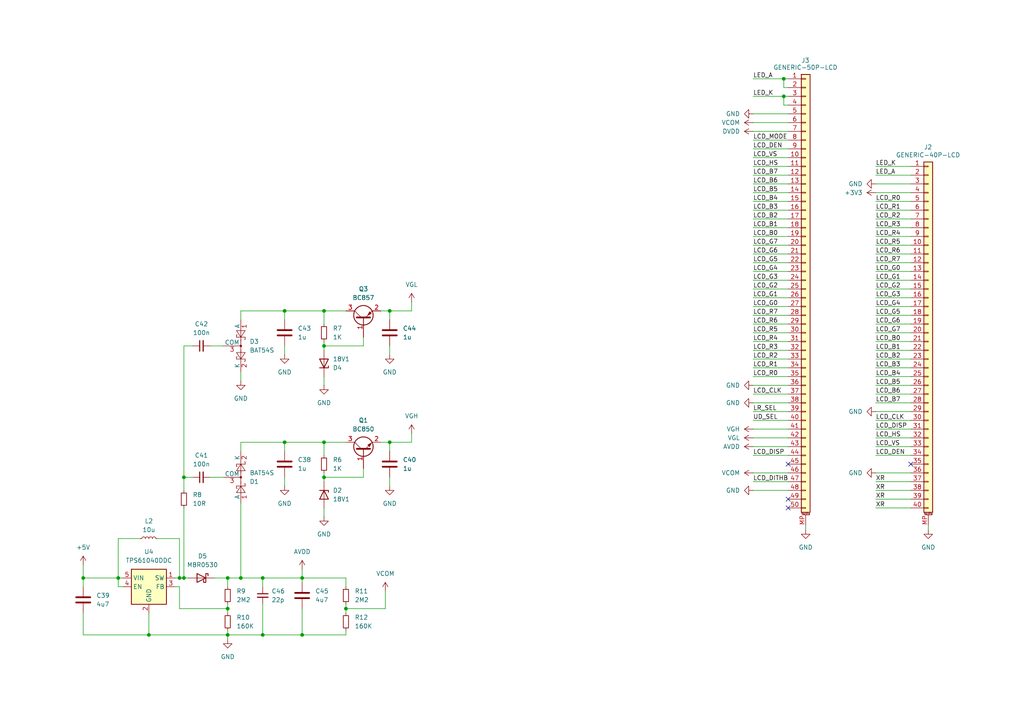
<source format=kicad_sch>
(kicad_sch (version 20231120) (generator "eeschema") (generator_version "8.0")
  (paper "A4")
  (lib_symbols
    (symbol "Connector_Generic_MountingPin:Conn_01x40_MountingPin" (pin_names (offset 1.016) hide)
      (property "Reference" "J" (at 0 50.8 0))
      (property "Value" "Conn_01x40_MountingPin" (at 1.27 -53.34 0))
      (symbol "Conn_01x40_MountingPin_1_1"
        (rectangle (start -1.27 -50.673) (end 0 -50.927) (stroke (width 0.1524)))
        (rectangle (start -1.27 -48.133) (end 0 -48.387) (stroke (width 0.1524)))
        (rectangle (start -1.27 -45.593) (end 0 -45.847) (stroke (width 0.1524)))
        (rectangle (start -1.27 -43.053) (end 0 -43.307) (stroke (width 0.1524)))
        (rectangle (start -1.27 -40.513) (end 0 -40.767) (stroke (width 0.1524)))
        (rectangle (start -1.27 -37.973) (end 0 -38.227) (stroke (width 0.1524)))
        (rectangle (start -1.27 -35.433) (end 0 -35.687) (stroke (width 0.1524)))
        (rectangle (start -1.27 -32.893) (end 0 -33.147) (stroke (width 0.1524)))
        (rectangle (start -1.27 -30.353) (end 0 -30.607) (stroke (width 0.1524)))
        (rectangle (start -1.27 -27.813) (end 0 -28.067) (stroke (width 0.1524)))
        (rectangle (start -1.27 -25.273) (end 0 -25.527) (stroke (width 0.1524)))
        (rectangle (start -1.27 -22.733) (end 0 -22.987) (stroke (width 0.1524)))
        (rectangle (start -1.27 -20.193) (end 0 -20.447) (stroke (width 0.1524)))
        (rectangle (start -1.27 -17.653) (end 0 -17.907) (stroke (width 0.1524)))
        (rectangle (start -1.27 -15.113) (end 0 -15.367) (stroke (width 0.1524)))
        (rectangle (start -1.27 -12.573) (end 0 -12.827) (stroke (width 0.1524)))
        (rectangle (start -1.27 -10.033) (end 0 -10.287) (stroke (width 0.1524)))
        (rectangle (start -1.27 -7.493) (end 0 -7.747) (stroke (width 0.1524)))
        (rectangle (start -1.27 -4.953) (end 0 -5.207) (stroke (width 0.1524)))
        (rectangle (start -1.27 -2.413) (end 0 -2.667) (stroke (width 0.1524)))
        (rectangle (start -1.27 0.127) (end 0 -0.127) (stroke (width 0.1524)))
        (rectangle (start -1.27 2.667) (end 0 2.413) (stroke (width 0.1524)))
        (rectangle (start -1.27 5.207) (end 0 4.953) (stroke (width 0.1524)))
        (rectangle (start -1.27 7.747) (end 0 7.493) (stroke (width 0.1524)))
        (rectangle (start -1.27 10.287) (end 0 10.033) (stroke (width 0.1524)))
        (rectangle (start -1.27 12.827) (end 0 12.573) (stroke (width 0.1524)))
        (rectangle (start -1.27 15.367) (end 0 15.113) (stroke (width 0.1524)))
        (rectangle (start -1.27 17.907) (end 0 17.653) (stroke (width 0.1524)))
        (rectangle (start -1.27 20.447) (end 0 20.193) (stroke (width 0.1524)))
        (rectangle (start -1.27 22.987) (end 0 22.733) (stroke (width 0.1524)))
        (rectangle (start -1.27 25.527) (end 0 25.273) (stroke (width 0.1524)))
        (rectangle (start -1.27 28.067) (end 0 27.813) (stroke (width 0.1524)))
        (rectangle (start -1.27 30.607) (end 0 30.353) (stroke (width 0.1524)))
        (rectangle (start -1.27 33.147) (end 0 32.893) (stroke (width 0.1524)))
        (rectangle (start -1.27 35.687) (end 0 35.433) (stroke (width 0.1524)))
        (rectangle (start -1.27 38.227) (end 0 37.973) (stroke (width 0.1524)))
        (rectangle (start -1.27 40.767) (end 0 40.513) (stroke (width 0.1524)))
        (rectangle (start -1.27 43.307) (end 0 43.053) (stroke (width 0.1524)))
        (rectangle (start -1.27 45.847) (end 0 45.593) (stroke (width 0.1524)))
        (rectangle (start -1.27 48.387) (end 0 48.133) (stroke (width 0.1524)))
        (rectangle (start -1.27 49.53) (end 1.27 -52.07) (stroke (width 0.254)) (fill (type background)))
        (polyline (pts (xy -1.016 -52.832) (xy 1.016 -52.832)) (stroke (width 0.1524)))
        (text "Mounting" (at 0 -52.451 0) (effects (font (size 0.381 0.381))))
        (pin passive line (at -5.08 48.26 0) (length 3.81) (name "Pin_1") (number "1"))
        (pin passive line (at -5.08 25.4 0) (length 3.81) (name "Pin_10") (number "10"))
        (pin passive line (at -5.08 22.86 0) (length 3.81) (name "Pin_11") (number "11"))
        (pin passive line (at -5.08 20.32 0) (length 3.81) (name "Pin_12") (number "12"))
        (pin passive line (at -5.08 17.78 0) (length 3.81) (name "Pin_13") (number "13"))
        (pin passive line (at -5.08 15.24 0) (length 3.81) (name "Pin_14") (number "14"))
        (pin passive line (at -5.08 12.7 0) (length 3.81) (name "Pin_15") (number "15"))
        (pin passive line (at -5.08 10.16 0) (length 3.81) (name "Pin_16") (number "16"))
        (pin passive line (at -5.08 7.62 0) (length 3.81) (name "Pin_17") (number "17"))
        (pin passive line (at -5.08 5.08 0) (length 3.81) (name "Pin_18") (number "18"))
        (pin passive line (at -5.08 2.54 0) (length 3.81) (name "Pin_19") (number "19"))
        (pin passive line (at -5.08 45.72 0) (length 3.81) (name "Pin_2") (number "2"))
        (pin passive line (at -5.08 0 0) (length 3.81) (name "Pin_20") (number "20"))
        (pin passive line (at -5.08 -2.54 0) (length 3.81) (name "Pin_21") (number "21"))
        (pin passive line (at -5.08 -5.08 0) (length 3.81) (name "Pin_22") (number "22"))
        (pin passive line (at -5.08 -7.62 0) (length 3.81) (name "Pin_23") (number "23"))
        (pin passive line (at -5.08 -10.16 0) (length 3.81) (name "Pin_24") (number "24"))
        (pin passive line (at -5.08 -12.7 0) (length 3.81) (name "Pin_25") (number "25"))
        (pin passive line (at -5.08 -15.24 0) (length 3.81) (name "Pin_26") (number "26"))
        (pin passive line (at -5.08 -17.78 0) (length 3.81) (name "Pin_27") (number "27"))
        (pin passive line (at -5.08 -20.32 0) (length 3.81) (name "Pin_28") (number "28"))
        (pin passive line (at -5.08 -22.86 0) (length 3.81) (name "Pin_29") (number "29"))
        (pin passive line (at -5.08 43.18 0) (length 3.81) (name "Pin_3") (number "3"))
        (pin passive line (at -5.08 -25.4 0) (length 3.81) (name "Pin_30") (number "30"))
        (pin passive line (at -5.08 -27.94 0) (length 3.81) (name "Pin_31") (number "31"))
        (pin passive line (at -5.08 -30.48 0) (length 3.81) (name "Pin_32") (number "32"))
        (pin passive line (at -5.08 -33.02 0) (length 3.81) (name "Pin_33") (number "33"))
        (pin passive line (at -5.08 -35.56 0) (length 3.81) (name "Pin_34") (number "34"))
        (pin passive line (at -5.08 -38.1 0) (length 3.81) (name "Pin_35") (number "35"))
        (pin passive line (at -5.08 -40.64 0) (length 3.81) (name "Pin_36") (number "36"))
        (pin passive line (at -5.08 -43.18 0) (length 3.81) (name "Pin_37") (number "37"))
        (pin passive line (at -5.08 -45.72 0) (length 3.81) (name "Pin_38") (number "38"))
        (pin passive line (at -5.08 -48.26 0) (length 3.81) (name "Pin_39") (number "39"))
        (pin passive line (at -5.08 40.64 0) (length 3.81) (name "Pin_4") (number "4"))
        (pin passive line (at -5.08 -50.8 0) (length 3.81) (name "Pin_40") (number "40"))
        (pin passive line (at -5.08 38.1 0) (length 3.81) (name "Pin_5") (number "5"))
        (pin passive line (at -5.08 35.56 0) (length 3.81) (name "Pin_6") (number "6"))
        (pin passive line (at -5.08 33.02 0) (length 3.81) (name "Pin_7") (number "7"))
        (pin passive line (at -5.08 30.48 0) (length 3.81) (name "Pin_8") (number "8"))
        (pin passive line (at -5.08 27.94 0) (length 3.81) (name "Pin_9") (number "9"))
        (pin passive line (at 0 -55.88 90) (length 3.048) (name "MountPin") (number "MP"))
      )
    )
    (symbol "Connector_Generic_MountingPin:Conn_01x50_MountingPin" (pin_names (offset 1.016) hide)
      (property "Reference" "J" (at 0 63.5 0))
      (property "Value" "Conn_01x50_MountingPin" (at 1.27 -66.04 0))
      (symbol "Conn_01x50_MountingPin_1_1"
        (rectangle (start -1.27 -63.373) (end 0 -63.627) (stroke (width 0.1524)))
        (rectangle (start -1.27 -60.833) (end 0 -61.087) (stroke (width 0.1524)))
        (rectangle (start -1.27 -58.293) (end 0 -58.547) (stroke (width 0.1524)))
        (rectangle (start -1.27 -55.753) (end 0 -56.007) (stroke (width 0.1524)))
        (rectangle (start -1.27 -53.213) (end 0 -53.467) (stroke (width 0.1524)))
        (rectangle (start -1.27 -50.673) (end 0 -50.927) (stroke (width 0.1524)))
        (rectangle (start -1.27 -48.133) (end 0 -48.387) (stroke (width 0.1524)))
        (rectangle (start -1.27 -45.593) (end 0 -45.847) (stroke (width 0.1524)))
        (rectangle (start -1.27 -43.053) (end 0 -43.307) (stroke (width 0.1524)))
        (rectangle (start -1.27 -40.513) (end 0 -40.767) (stroke (width 0.1524)))
        (rectangle (start -1.27 -37.973) (end 0 -38.227) (stroke (width 0.1524)))
        (rectangle (start -1.27 -35.433) (end 0 -35.687) (stroke (width 0.1524)))
        (rectangle (start -1.27 -32.893) (end 0 -33.147) (stroke (width 0.1524)))
        (rectangle (start -1.27 -30.353) (end 0 -30.607) (stroke (width 0.1524)))
        (rectangle (start -1.27 -27.813) (end 0 -28.067) (stroke (width 0.1524)))
        (rectangle (start -1.27 -25.273) (end 0 -25.527) (stroke (width 0.1524)))
        (rectangle (start -1.27 -22.733) (end 0 -22.987) (stroke (width 0.1524)))
        (rectangle (start -1.27 -20.193) (end 0 -20.447) (stroke (width 0.1524)))
        (rectangle (start -1.27 -17.653) (end 0 -17.907) (stroke (width 0.1524)))
        (rectangle (start -1.27 -15.113) (end 0 -15.367) (stroke (width 0.1524)))
        (rectangle (start -1.27 -12.573) (end 0 -12.827) (stroke (width 0.1524)))
        (rectangle (start -1.27 -10.033) (end 0 -10.287) (stroke (width 0.1524)))
        (rectangle (start -1.27 -7.493) (end 0 -7.747) (stroke (width 0.1524)))
        (rectangle (start -1.27 -4.953) (end 0 -5.207) (stroke (width 0.1524)))
        (rectangle (start -1.27 -2.413) (end 0 -2.667) (stroke (width 0.1524)))
        (rectangle (start -1.27 0.127) (end 0 -0.127) (stroke (width 0.1524)))
        (rectangle (start -1.27 2.667) (end 0 2.413) (stroke (width 0.1524)))
        (rectangle (start -1.27 5.207) (end 0 4.953) (stroke (width 0.1524)))
        (rectangle (start -1.27 7.747) (end 0 7.493) (stroke (width 0.1524)))
        (rectangle (start -1.27 10.287) (end 0 10.033) (stroke (width 0.1524)))
        (rectangle (start -1.27 12.827) (end 0 12.573) (stroke (width 0.1524)))
        (rectangle (start -1.27 15.367) (end 0 15.113) (stroke (width 0.1524)))
        (rectangle (start -1.27 17.907) (end 0 17.653) (stroke (width 0.1524)))
        (rectangle (start -1.27 20.447) (end 0 20.193) (stroke (width 0.1524)))
        (rectangle (start -1.27 22.987) (end 0 22.733) (stroke (width 0.1524)))
        (rectangle (start -1.27 25.527) (end 0 25.273) (stroke (width 0.1524)))
        (rectangle (start -1.27 28.067) (end 0 27.813) (stroke (width 0.1524)))
        (rectangle (start -1.27 30.607) (end 0 30.353) (stroke (width 0.1524)))
        (rectangle (start -1.27 33.147) (end 0 32.893) (stroke (width 0.1524)))
        (rectangle (start -1.27 35.687) (end 0 35.433) (stroke (width 0.1524)))
        (rectangle (start -1.27 38.227) (end 0 37.973) (stroke (width 0.1524)))
        (rectangle (start -1.27 40.767) (end 0 40.513) (stroke (width 0.1524)))
        (rectangle (start -1.27 43.307) (end 0 43.053) (stroke (width 0.1524)))
        (rectangle (start -1.27 45.847) (end 0 45.593) (stroke (width 0.1524)))
        (rectangle (start -1.27 48.387) (end 0 48.133) (stroke (width 0.1524)))
        (rectangle (start -1.27 50.927) (end 0 50.673) (stroke (width 0.1524)))
        (rectangle (start -1.27 53.467) (end 0 53.213) (stroke (width 0.1524)))
        (rectangle (start -1.27 56.007) (end 0 55.753) (stroke (width 0.1524)))
        (rectangle (start -1.27 58.547) (end 0 58.293) (stroke (width 0.1524)))
        (rectangle (start -1.27 61.087) (end 0 60.833) (stroke (width 0.1524)))
        (rectangle (start -1.27 62.23) (end 1.27 -64.77) (stroke (width 0.254)) (fill (type background)))
        (polyline (pts (xy -1.016 -65.532) (xy 1.016 -65.532)) (stroke (width 0.1524)))
        (text "Mounting" (at 0 -65.151 0) (effects (font (size 0.381 0.381))))
        (pin passive line (at -5.08 60.96 0) (length 3.81) (name "Pin_1") (number "1"))
        (pin passive line (at -5.08 38.1 0) (length 3.81) (name "Pin_10") (number "10"))
        (pin passive line (at -5.08 35.56 0) (length 3.81) (name "Pin_11") (number "11"))
        (pin passive line (at -5.08 33.02 0) (length 3.81) (name "Pin_12") (number "12"))
        (pin passive line (at -5.08 30.48 0) (length 3.81) (name "Pin_13") (number "13"))
        (pin passive line (at -5.08 27.94 0) (length 3.81) (name "Pin_14") (number "14"))
        (pin passive line (at -5.08 25.4 0) (length 3.81) (name "Pin_15") (number "15"))
        (pin passive line (at -5.08 22.86 0) (length 3.81) (name "Pin_16") (number "16"))
        (pin passive line (at -5.08 20.32 0) (length 3.81) (name "Pin_17") (number "17"))
        (pin passive line (at -5.08 17.78 0) (length 3.81) (name "Pin_18") (number "18"))
        (pin passive line (at -5.08 15.24 0) (length 3.81) (name "Pin_19") (number "19"))
        (pin passive line (at -5.08 58.42 0) (length 3.81) (name "Pin_2") (number "2"))
        (pin passive line (at -5.08 12.7 0) (length 3.81) (name "Pin_20") (number "20"))
        (pin passive line (at -5.08 10.16 0) (length 3.81) (name "Pin_21") (number "21"))
        (pin passive line (at -5.08 7.62 0) (length 3.81) (name "Pin_22") (number "22"))
        (pin passive line (at -5.08 5.08 0) (length 3.81) (name "Pin_23") (number "23"))
        (pin passive line (at -5.08 2.54 0) (length 3.81) (name "Pin_24") (number "24"))
        (pin passive line (at -5.08 0 0) (length 3.81) (name "Pin_25") (number "25"))
        (pin passive line (at -5.08 -2.54 0) (length 3.81) (name "Pin_26") (number "26"))
        (pin passive line (at -5.08 -5.08 0) (length 3.81) (name "Pin_27") (number "27"))
        (pin passive line (at -5.08 -7.62 0) (length 3.81) (name "Pin_28") (number "28"))
        (pin passive line (at -5.08 -10.16 0) (length 3.81) (name "Pin_29") (number "29"))
        (pin passive line (at -5.08 55.88 0) (length 3.81) (name "Pin_3") (number "3"))
        (pin passive line (at -5.08 -12.7 0) (length 3.81) (name "Pin_30") (number "30"))
        (pin passive line (at -5.08 -15.24 0) (length 3.81) (name "Pin_31") (number "31"))
        (pin passive line (at -5.08 -17.78 0) (length 3.81) (name "Pin_32") (number "32"))
        (pin passive line (at -5.08 -20.32 0) (length 3.81) (name "Pin_33") (number "33"))
        (pin passive line (at -5.08 -22.86 0) (length 3.81) (name "Pin_34") (number "34"))
        (pin passive line (at -5.08 -25.4 0) (length 3.81) (name "Pin_35") (number "35"))
        (pin passive line (at -5.08 -27.94 0) (length 3.81) (name "Pin_36") (number "36"))
        (pin passive line (at -5.08 -30.48 0) (length 3.81) (name "Pin_37") (number "37"))
        (pin passive line (at -5.08 -33.02 0) (length 3.81) (name "Pin_38") (number "38"))
        (pin passive line (at -5.08 -35.56 0) (length 3.81) (name "Pin_39") (number "39"))
        (pin passive line (at -5.08 53.34 0) (length 3.81) (name "Pin_4") (number "4"))
        (pin passive line (at -5.08 -38.1 0) (length 3.81) (name "Pin_40") (number "40"))
        (pin passive line (at -5.08 -40.64 0) (length 3.81) (name "Pin_41") (number "41"))
        (pin passive line (at -5.08 -43.18 0) (length 3.81) (name "Pin_42") (number "42"))
        (pin passive line (at -5.08 -45.72 0) (length 3.81) (name "Pin_43") (number "43"))
        (pin passive line (at -5.08 -48.26 0) (length 3.81) (name "Pin_44") (number "44"))
        (pin passive line (at -5.08 -50.8 0) (length 3.81) (name "Pin_45") (number "45"))
        (pin passive line (at -5.08 -53.34 0) (length 3.81) (name "Pin_46") (number "46"))
        (pin passive line (at -5.08 -55.88 0) (length 3.81) (name "Pin_47") (number "47"))
        (pin passive line (at -5.08 -58.42 0) (length 3.81) (name "Pin_48") (number "48"))
        (pin passive line (at -5.08 -60.96 0) (length 3.81) (name "Pin_49") (number "49"))
        (pin passive line (at -5.08 50.8 0) (length 3.81) (name "Pin_5") (number "5"))
        (pin passive line (at -5.08 -63.5 0) (length 3.81) (name "Pin_50") (number "50"))
        (pin passive line (at -5.08 48.26 0) (length 3.81) (name "Pin_6") (number "6"))
        (pin passive line (at -5.08 45.72 0) (length 3.81) (name "Pin_7") (number "7"))
        (pin passive line (at -5.08 43.18 0) (length 3.81) (name "Pin_8") (number "8"))
        (pin passive line (at -5.08 40.64 0) (length 3.81) (name "Pin_9") (number "9"))
        (pin passive line (at 0 -68.58 90) (length 3.048) (name "MountPin") (number "MP"))
      )
    )
    (symbol "Device:C" (pin_numbers hide) (pin_names (offset 0.254))
      (property "Reference" "C" (at 0.635 2.54 0))
      (property "Value" "C" (at 0.635 -2.54 0))
      (symbol "C_0_1"
        (polyline (pts (xy -2.032 -0.762) (xy 2.032 -0.762)) (stroke (width 0.508)))
        (polyline (pts (xy -2.032 0.762) (xy 2.032 0.762)) (stroke (width 0.508)))
      )
      (symbol "C_1_1"
        (pin passive line (at 0 3.81 270) (length 2.794) (name "~") (number "1"))
        (pin passive line (at 0 -3.81 90) (length 2.794) (name "~") (number "2"))
      )
    )
    (symbol "Device:C_Small" (pin_numbers hide) (pin_names (offset 0.254) hide)
      (property "Reference" "C" (at 0.254 1.778 0))
      (property "Value" "C_Small" (at 0.254 -2.032 0))
      (symbol "C_Small_0_1"
        (polyline (pts (xy -1.524 -0.508) (xy 1.524 -0.508)) (stroke (width 0.3302)))
        (polyline (pts (xy -1.524 0.508) (xy 1.524 0.508)) (stroke (width 0.3048)))
      )
      (symbol "C_Small_1_1"
        (pin passive line (at 0 2.54 270) (length 2.032) (name "~") (number "1"))
        (pin passive line (at 0 -2.54 90) (length 2.032) (name "~") (number "2"))
      )
    )
    (symbol "Device:D_Zener" (pin_numbers hide) (pin_names (offset 1.016) hide)
      (property "Reference" "D" (at 0 2.54 0))
      (property "Value" "D_Zener" (at 0 -2.54 0))
      (symbol "D_Zener_0_1"
        (polyline (pts (xy 1.27 0) (xy -1.27 0)))
        (polyline (pts (xy -1.27 -1.27) (xy -1.27 1.27) (xy -0.762 1.27)) (stroke (width 0.254)))
        (polyline (pts (xy 1.27 -1.27) (xy 1.27 1.27) (xy -1.27 0) (xy 1.27 -1.27)) (stroke (width 0.254)))
      )
      (symbol "D_Zener_1_1"
        (pin passive line (at -3.81 0 0) (length 2.54) (name "K") (number "1"))
        (pin passive line (at 3.81 0 180) (length 2.54) (name "A") (number "2"))
      )
    )
    (symbol "Device:L_Small" (pin_numbers hide) (pin_names (offset 0.254) hide)
      (property "Reference" "L" (at 0.762 1.016 0))
      (property "Value" "L_Small" (at 0.762 -1.016 0))
      (symbol "L_Small_0_1"
        (arc (start 0 -2.032) (mid 0.5058 -1.524) (end 0 -1.016))
        (arc (start 0 -1.016) (mid 0.5058 -0.508) (end 0 0))
        (arc (start 0 0) (mid 0.5058 0.508) (end 0 1.016))
        (arc (start 0 1.016) (mid 0.5058 1.524) (end 0 2.032))
      )
      (symbol "L_Small_1_1"
        (pin passive line (at 0 2.54 270) (length 0.508) (name "~") (number "1"))
        (pin passive line (at 0 -2.54 90) (length 0.508) (name "~") (number "2"))
      )
    )
    (symbol "Device:R_Small" (pin_numbers hide) (pin_names (offset 0.254) hide)
      (property "Reference" "R" (at 0.762 0.508 0))
      (property "Value" "R_Small" (at 0.762 -1.016 0))
      (symbol "R_Small_0_1"
        (rectangle (start -0.762 1.778) (end 0.762 -1.778) (stroke (width 0.2032)))
      )
      (symbol "R_Small_1_1"
        (pin passive line (at 0 2.54 270) (length 0.762) (name "~") (number "1"))
        (pin passive line (at 0 -2.54 90) (length 0.762) (name "~") (number "2"))
      )
    )
    (symbol "Diode:BAT54S" (pin_names (offset 0))
      (property "Reference" "D" (at 2.54 -5.08 0))
      (property "Value" "BAT54S" (at -6.35 3.175 0))
      (symbol "BAT54S_0_1"
        (polyline (pts (xy -3.81 0) (xy -1.27 0)))
        (polyline (pts (xy -3.175 -1.27) (xy -3.175 -1.016)))
        (polyline (pts (xy -2.54 -1.27) (xy -3.175 -1.27)))
        (polyline (pts (xy -2.54 -1.27) (xy -2.54 1.27)))
        (polyline (pts (xy -2.54 1.27) (xy -1.905 1.27)))
        (polyline (pts (xy -1.905 0) (xy 1.905 0)))
        (polyline (pts (xy -1.905 1.27) (xy -1.905 1.016)))
        (polyline (pts (xy 1.27 0) (xy 3.81 0)))
        (polyline (pts (xy 3.175 -1.27) (xy 3.175 -1.016)))
        (polyline (pts (xy 3.81 -1.27) (xy 3.175 -1.27)))
        (polyline (pts (xy 3.81 -1.27) (xy 3.81 1.27)))
        (polyline (pts (xy 3.81 1.27) (xy 4.445 1.27)))
        (polyline (pts (xy 4.445 1.27) (xy 4.445 1.016)))
        (polyline (pts (xy -4.445 1.27) (xy -4.445 -1.27) (xy -2.54 0) (xy -4.445 1.27)))
        (polyline (pts (xy 1.905 1.27) (xy 1.905 -1.27) (xy 3.81 0) (xy 1.905 1.27)))
        (circle (center 0 0) (radius 0.254) (fill (type outline)))
      )
      (symbol "BAT54S_1_1"
        (pin passive line (at -7.62 0 0) (length 3.81) (name "A") (number "1"))
        (pin passive line (at 7.62 0 180) (length 3.81) (name "K") (number "2"))
        (pin passive line (at 0 -5.08 90) (length 5.08) (name "COM") (number "3"))
      )
    )
    (symbol "Diode:MBR0530" (pin_numbers hide) (pin_names (offset 1.016) hide)
      (property "Reference" "D" (at 0 2.54 0))
      (property "Value" "MBR0530" (at 0 -2.54 0))
      (symbol "MBR0530_0_1"
        (polyline (pts (xy 1.27 0) (xy -1.27 0)))
        (polyline (pts (xy 1.27 1.27) (xy 1.27 -1.27) (xy -1.27 0) (xy 1.27 1.27)) (stroke (width 0.254)))
        (polyline (pts (xy -1.905 0.635) (xy -1.905 1.27) (xy -1.27 1.27) (xy -1.27 -1.27) (xy -0.635 -1.27) (xy -0.635 -0.635)) (stroke (width 0.254)))
      )
      (symbol "MBR0530_1_1"
        (pin passive line (at -3.81 0 0) (length 2.54) (name "K") (number "1"))
        (pin passive line (at 3.81 0 180) (length 2.54) (name "A") (number "2"))
      )
    )
    (symbol "Regulator_Switching:TPS61040DDC"
      (property "Reference" "U" (at -5.08 6.35 0))
      (property "Value" "TPS61040DDC" (at 0 6.35 0))
      (symbol "TPS61040DDC_0_1"
        (rectangle (start -5.08 5.08) (end 5.08 -5.08) (stroke (width 0.254)) (fill (type background)))
      )
      (symbol "TPS61040DDC_1_1"
        (pin power_out line (at 7.62 2.54 180) (length 2.54) (name "SW") (number "1"))
        (pin power_in line (at 0 -7.62 90) (length 2.54) (name "GND") (number "2"))
        (pin input line (at 7.62 0 180) (length 2.54) (name "FB") (number "3"))
        (pin input line (at -7.62 0 0) (length 2.54) (name "EN") (number "4"))
        (pin power_in line (at -7.62 2.54 0) (length 2.54) (name "VIN") (number "5"))
      )
    )
    (symbol "Transistor_BJT:BC850" (pin_names (offset 0) hide)
      (property "Reference" "Q" (at 5.08 1.905 0))
      (property "Value" "BC850" (at 5.08 0 0))
      (symbol "BC850_0_1"
        (polyline (pts (xy 0.635 0.635) (xy 2.54 2.54)))
        (polyline (pts (xy 0.635 -0.635) (xy 2.54 -2.54) (xy 2.54 -2.54)))
        (polyline (pts (xy 0.635 1.905) (xy 0.635 -1.905) (xy 0.635 -1.905)) (stroke (width 0.508)))
        (polyline (pts (xy 1.27 -1.778) (xy 1.778 -1.27) (xy 2.286 -2.286) (xy 1.27 -1.778) (xy 1.27 -1.778)) (fill (type outline)))
        (circle (center 1.27 0) (radius 2.8194) (stroke (width 0.254)))
      )
      (symbol "BC850_1_1"
        (pin input line (at -5.08 0 0) (length 5.715) (name "B") (number "1"))
        (pin passive line (at 2.54 -5.08 90) (length 2.54) (name "E") (number "2"))
        (pin passive line (at 2.54 5.08 270) (length 2.54) (name "C") (number "3"))
      )
    )
    (symbol "Transistor_BJT:BC857" (pin_names (offset 0) hide)
      (property "Reference" "Q" (at 5.08 1.905 0))
      (property "Value" "BC857" (at 5.08 0 0))
      (symbol "BC857_0_1"
        (polyline (pts (xy 0.635 0.635) (xy 2.54 2.54)))
        (polyline (pts (xy 0.635 -0.635) (xy 2.54 -2.54) (xy 2.54 -2.54)))
        (polyline (pts (xy 0.635 1.905) (xy 0.635 -1.905) (xy 0.635 -1.905)) (stroke (width 0.508)))
        (polyline (pts (xy 2.286 -1.778) (xy 1.778 -2.286) (xy 1.27 -1.27) (xy 2.286 -1.778) (xy 2.286 -1.778)) (fill (type outline)))
        (circle (center 1.27 0) (radius 2.8194) (stroke (width 0.254)))
      )
      (symbol "BC857_1_1"
        (pin input line (at -5.08 0 0) (length 5.715) (name "B") (number "1"))
        (pin passive line (at 2.54 -5.08 90) (length 2.54) (name "E") (number "2"))
        (pin passive line (at 2.54 5.08 270) (length 2.54) (name "C") (number "3"))
      )
    )
    (symbol "power:+3V3" (power) (pin_numbers hide) (pin_names (offset 0) hide)
      (property "Value" "+3V3" (at 0 3.556 0))
      (symbol "+3V3_0_1"
        (polyline (pts (xy -0.762 1.27) (xy 0 2.54)))
        (polyline (pts (xy 0 0) (xy 0 2.54)))
        (polyline (pts (xy 0 2.54) (xy 0.762 1.27)))
      )
      (symbol "+3V3_1_1"
        (pin power_in line (at 0 0 90) (length 0) (name "~") (number "1"))
      )
    )
    (symbol "power:+5V" (power) (pin_numbers hide) (pin_names (offset 0) hide)
      (property "Value" "+5V" (at 0 3.556 0))
      (symbol "+5V_0_1"
        (polyline (pts (xy -0.762 1.27) (xy 0 2.54)))
        (polyline (pts (xy 0 0) (xy 0 2.54)))
        (polyline (pts (xy 0 2.54) (xy 0.762 1.27)))
      )
      (symbol "+5V_1_1"
        (pin power_in line (at 0 0 90) (length 0) (name "~") (number "1"))
      )
    )
    (symbol "power:GND" (power) (pin_numbers hide) (pin_names (offset 0) hide)
      (property "Value" "GND" (at 0 -3.81 0))
      (symbol "GND_0_1"
        (polyline (pts (xy 0 0) (xy 0 -1.27) (xy 1.27 -1.27) (xy 0 -2.54) (xy -1.27 -1.27) (xy 0 -1.27)))
      )
      (symbol "GND_1_1"
        (pin power_in line (at 0 0 270) (length 0) (name "~") (number "1"))
      )
    )
  )
  (junction (at 227.33 27.94))
  (junction (at 76.2 167.64))
  (junction (at 66.04 184.15))
  (junction (at 113.03 128.27))
  (junction (at 53.34 138.43))
  (junction (at 69.85 167.64))
  (junction (at 93.98 138.43))
  (junction (at 113.03 90.17))
  (junction (at 66.04 167.64))
  (junction (at 93.98 90.17))
  (junction (at 82.55 128.27))
  (junction (at 66.04 176.53))
  (junction (at 24.13 167.64))
  (junction (at 100.33 176.53))
  (junction (at 43.18 184.15))
  (junction (at 52.07 167.64))
  (junction (at 87.63 167.64))
  (junction (at 82.55 90.17))
  (junction (at 76.2 184.15))
  (junction (at 227.33 22.86))
  (junction (at 93.98 100.33))
  (junction (at 53.34 167.64))
  (junction (at 34.29 167.64))
  (junction (at 93.98 128.27))
  (junction (at 87.63 184.15))
  (no_connect (at 228.6 144.78))
  (no_connect (at 228.6 134.62))
  (no_connect (at 264.16 134.62))
  (no_connect (at 228.6 147.32))
  (wire (pts (xy 218.44 81.28) (xy 228.6 81.28)))
  (wire (pts (xy 218.44 78.74) (xy 228.6 78.74)))
  (wire (pts (xy 113.03 102.87) (xy 113.03 100.33)))
  (wire (pts (xy 69.85 110.49) (xy 69.85 107.95)))
  (wire (pts (xy 69.85 128.27) (xy 69.85 130.81)))
  (wire (pts (xy 218.44 63.5) (xy 228.6 63.5)))
  (wire (pts (xy 218.44 129.54) (xy 228.6 129.54)))
  (wire (pts (xy 119.38 125.73) (xy 119.38 128.27)))
  (wire (pts (xy 87.63 184.15) (xy 76.2 184.15)))
  (wire (pts (xy 34.29 156.21) (xy 34.29 167.64)))
  (wire (pts (xy 218.44 33.02) (xy 228.6 33.02)))
  (wire (pts (xy 254 71.12) (xy 264.16 71.12)))
  (wire (pts (xy 254 101.6) (xy 264.16 101.6)))
  (wire (pts (xy 34.29 167.64) (xy 35.56 167.64)))
  (wire (pts (xy 227.33 27.94) (xy 227.33 30.48)))
  (wire (pts (xy 218.44 124.46) (xy 228.6 124.46)))
  (wire (pts (xy 93.98 138.43) (xy 93.98 139.7)))
  (wire (pts (xy 218.44 55.88) (xy 228.6 55.88)))
  (wire (pts (xy 93.98 99.06) (xy 93.98 100.33)))
  (wire (pts (xy 218.44 114.3) (xy 228.6 114.3)))
  (wire (pts (xy 60.96 138.43) (xy 64.77 138.43)))
  (wire (pts (xy 218.44 73.66) (xy 228.6 73.66)))
  (wire (pts (xy 82.55 140.97) (xy 82.55 138.43)))
  (wire (pts (xy 100.33 176.53) (xy 100.33 177.8)))
  (wire (pts (xy 52.07 167.64) (xy 50.8 167.64)))
  (wire (pts (xy 53.34 142.24) (xy 53.34 138.43)))
  (wire (pts (xy 254 121.92) (xy 264.16 121.92)))
  (wire (pts (xy 34.29 170.18) (xy 34.29 167.64)))
  (wire (pts (xy 24.13 184.15) (xy 43.18 184.15)))
  (wire (pts (xy 93.98 128.27) (xy 82.55 128.27)))
  (wire (pts (xy 254 99.06) (xy 264.16 99.06)))
  (wire (pts (xy 45.72 156.21) (xy 52.07 156.21)))
  (wire (pts (xy 254 50.8) (xy 264.16 50.8)))
  (wire (pts (xy 218.44 93.98) (xy 228.6 93.98)))
  (wire (pts (xy 254 78.74) (xy 264.16 78.74)))
  (wire (pts (xy 93.98 90.17) (xy 100.33 90.17)))
  (wire (pts (xy 254 73.66) (xy 264.16 73.66)))
  (wire (pts (xy 218.44 142.24) (xy 228.6 142.24)))
  (wire (pts (xy 119.38 90.17) (xy 113.03 90.17)))
  (wire (pts (xy 254 63.5) (xy 264.16 63.5)))
  (wire (pts (xy 254 58.42) (xy 264.16 58.42)))
  (wire (pts (xy 218.44 58.42) (xy 228.6 58.42)))
  (wire (pts (xy 24.13 163.83) (xy 24.13 167.64)))
  (wire (pts (xy 66.04 185.42) (xy 66.04 184.15)))
  (wire (pts (xy 218.44 139.7) (xy 228.6 139.7)))
  (wire (pts (xy 50.8 170.18) (xy 52.07 170.18)))
  (wire (pts (xy 254 88.9) (xy 264.16 88.9)))
  (wire (pts (xy 218.44 48.26) (xy 228.6 48.26)))
  (wire (pts (xy 82.55 102.87) (xy 82.55 100.33)))
  (wire (pts (xy 254 66.04) (xy 264.16 66.04)))
  (wire (pts (xy 254 142.24) (xy 264.16 142.24)))
  (wire (pts (xy 93.98 90.17) (xy 82.55 90.17)))
  (wire (pts (xy 60.96 100.33) (xy 64.77 100.33)))
  (wire (pts (xy 53.34 138.43) (xy 55.88 138.43)))
  (wire (pts (xy 24.13 167.64) (xy 24.13 170.18)))
  (wire (pts (xy 218.44 83.82) (xy 228.6 83.82)))
  (wire (pts (xy 40.64 156.21) (xy 34.29 156.21)))
  (wire (pts (xy 53.34 147.32) (xy 53.34 167.64)))
  (wire (pts (xy 87.63 167.64) (xy 76.2 167.64)))
  (wire (pts (xy 52.07 170.18) (xy 52.07 176.53)))
  (wire (pts (xy 93.98 128.27) (xy 100.33 128.27)))
  (wire (pts (xy 218.44 22.86) (xy 227.33 22.86)))
  (wire (pts (xy 218.44 127) (xy 228.6 127)))
  (wire (pts (xy 254 83.82) (xy 264.16 83.82)))
  (wire (pts (xy 254 109.22) (xy 264.16 109.22)))
  (wire (pts (xy 254 81.28) (xy 264.16 81.28)))
  (wire (pts (xy 69.85 90.17) (xy 69.85 92.71)))
  (wire (pts (xy 87.63 167.64) (xy 100.33 167.64)))
  (wire (pts (xy 254 53.34) (xy 264.16 53.34)))
  (wire (pts (xy 254 93.98) (xy 264.16 93.98)))
  (wire (pts (xy 254 139.7) (xy 264.16 139.7)))
  (wire (pts (xy 100.33 175.26) (xy 100.33 176.53)))
  (wire (pts (xy 35.56 170.18) (xy 34.29 170.18)))
  (wire (pts (xy 254 104.14) (xy 264.16 104.14)))
  (wire (pts (xy 228.6 25.4) (xy 227.33 25.4)))
  (wire (pts (xy 254 111.76) (xy 264.16 111.76)))
  (wire (pts (xy 218.44 106.68) (xy 228.6 106.68)))
  (wire (pts (xy 269.24 153.67) (xy 269.24 152.4)))
  (wire (pts (xy 254 132.08) (xy 264.16 132.08)))
  (wire (pts (xy 105.41 97.79) (xy 105.41 100.33)))
  (wire (pts (xy 254 106.68) (xy 264.16 106.68)))
  (wire (pts (xy 105.41 138.43) (xy 93.98 138.43)))
  (wire (pts (xy 87.63 176.53) (xy 87.63 184.15)))
  (wire (pts (xy 113.03 90.17) (xy 113.03 92.71)))
  (wire (pts (xy 218.44 86.36) (xy 228.6 86.36)))
  (wire (pts (xy 218.44 53.34) (xy 228.6 53.34)))
  (wire (pts (xy 119.38 128.27) (xy 113.03 128.27)))
  (wire (pts (xy 93.98 132.08) (xy 93.98 128.27)))
  (wire (pts (xy 254 55.88) (xy 264.16 55.88)))
  (wire (pts (xy 111.76 171.45) (xy 111.76 176.53)))
  (wire (pts (xy 93.98 93.98) (xy 93.98 90.17)))
  (wire (pts (xy 218.44 119.38) (xy 228.6 119.38)))
  (wire (pts (xy 87.63 184.15) (xy 100.33 184.15)))
  (wire (pts (xy 66.04 167.64) (xy 66.04 170.18)))
  (wire (pts (xy 218.44 91.44) (xy 228.6 91.44)))
  (wire (pts (xy 82.55 128.27) (xy 82.55 130.81)))
  (wire (pts (xy 218.44 76.2) (xy 228.6 76.2)))
  (wire (pts (xy 218.44 116.84) (xy 228.6 116.84)))
  (wire (pts (xy 227.33 22.86) (xy 227.33 25.4)))
  (wire (pts (xy 218.44 121.92) (xy 228.6 121.92)))
  (wire (pts (xy 53.34 100.33) (xy 55.88 100.33)))
  (wire (pts (xy 66.04 176.53) (xy 66.04 175.26)))
  (wire (pts (xy 100.33 167.64) (xy 100.33 170.18)))
  (wire (pts (xy 254 137.16) (xy 264.16 137.16)))
  (wire (pts (xy 218.44 60.96) (xy 228.6 60.96)))
  (wire (pts (xy 113.03 140.97) (xy 113.03 138.43)))
  (wire (pts (xy 254 129.54) (xy 264.16 129.54)))
  (wire (pts (xy 254 144.78) (xy 264.16 144.78)))
  (wire (pts (xy 87.63 165.1) (xy 87.63 167.64)))
  (wire (pts (xy 66.04 184.15) (xy 66.04 182.88)))
  (wire (pts (xy 24.13 177.8) (xy 24.13 184.15)))
  (wire (pts (xy 218.44 27.94) (xy 227.33 27.94)))
  (wire (pts (xy 66.04 177.8) (xy 66.04 176.53)))
  (wire (pts (xy 34.29 167.64) (xy 24.13 167.64)))
  (wire (pts (xy 218.44 109.22) (xy 228.6 109.22)))
  (wire (pts (xy 254 127) (xy 264.16 127)))
  (wire (pts (xy 100.33 184.15) (xy 100.33 182.88)))
  (wire (pts (xy 254 68.58) (xy 264.16 68.58)))
  (wire (pts (xy 218.44 104.14) (xy 228.6 104.14)))
  (wire (pts (xy 218.44 38.1) (xy 228.6 38.1)))
  (wire (pts (xy 227.33 27.94) (xy 228.6 27.94)))
  (wire (pts (xy 218.44 35.56) (xy 228.6 35.56)))
  (wire (pts (xy 218.44 132.08) (xy 228.6 132.08)))
  (wire (pts (xy 254 114.3) (xy 264.16 114.3)))
  (wire (pts (xy 93.98 137.16) (xy 93.98 138.43)))
  (wire (pts (xy 82.55 90.17) (xy 69.85 90.17)))
  (wire (pts (xy 218.44 71.12) (xy 228.6 71.12)))
  (wire (pts (xy 76.2 184.15) (xy 66.04 184.15)))
  (wire (pts (xy 218.44 88.9) (xy 228.6 88.9)))
  (wire (pts (xy 111.76 176.53) (xy 100.33 176.53)))
  (wire (pts (xy 228.6 30.48) (xy 227.33 30.48)))
  (wire (pts (xy 218.44 45.72) (xy 228.6 45.72)))
  (wire (pts (xy 52.07 167.64) (xy 53.34 167.64)))
  (wire (pts (xy 105.41 135.89) (xy 105.41 138.43)))
  (wire (pts (xy 52.07 176.53) (xy 66.04 176.53)))
  (wire (pts (xy 105.41 100.33) (xy 93.98 100.33)))
  (wire (pts (xy 76.2 167.64) (xy 69.85 167.64)))
  (wire (pts (xy 227.33 22.86) (xy 228.6 22.86)))
  (wire (pts (xy 53.34 100.33) (xy 53.34 138.43)))
  (wire (pts (xy 254 96.52) (xy 264.16 96.52)))
  (wire (pts (xy 52.07 156.21) (xy 52.07 167.64)))
  (wire (pts (xy 254 147.32) (xy 264.16 147.32)))
  (wire (pts (xy 233.68 153.67) (xy 233.68 152.4)))
  (wire (pts (xy 218.44 43.18) (xy 228.6 43.18)))
  (wire (pts (xy 43.18 184.15) (xy 66.04 184.15)))
  (wire (pts (xy 218.44 111.76) (xy 228.6 111.76)))
  (wire (pts (xy 76.2 170.18) (xy 76.2 167.64)))
  (wire (pts (xy 93.98 100.33) (xy 93.98 101.6)))
  (wire (pts (xy 82.55 128.27) (xy 69.85 128.27)))
  (wire (pts (xy 87.63 168.91) (xy 87.63 167.64)))
  (wire (pts (xy 254 124.46) (xy 264.16 124.46)))
  (wire (pts (xy 82.55 90.17) (xy 82.55 92.71)))
  (wire (pts (xy 110.49 128.27) (xy 113.03 128.27)))
  (wire (pts (xy 93.98 149.86) (xy 93.98 147.32)))
  (wire (pts (xy 254 86.36) (xy 264.16 86.36)))
  (wire (pts (xy 254 119.38) (xy 264.16 119.38)))
  (wire (pts (xy 218.44 40.64) (xy 228.6 40.64)))
  (wire (pts (xy 254 76.2) (xy 264.16 76.2)))
  (wire (pts (xy 53.34 167.64) (xy 54.61 167.64)))
  (wire (pts (xy 93.98 111.76) (xy 93.98 109.22)))
  (wire (pts (xy 254 60.96) (xy 264.16 60.96)))
  (wire (pts (xy 62.23 167.64) (xy 66.04 167.64)))
  (wire (pts (xy 218.44 68.58) (xy 228.6 68.58)))
  (wire (pts (xy 218.44 96.52) (xy 228.6 96.52)))
  (wire (pts (xy 254 91.44) (xy 264.16 91.44)))
  (wire (pts (xy 69.85 167.64) (xy 66.04 167.64)))
  (wire (pts (xy 110.49 90.17) (xy 113.03 90.17)))
  (wire (pts (xy 119.38 87.63) (xy 119.38 90.17)))
  (wire (pts (xy 218.44 101.6) (xy 228.6 101.6)))
  (wire (pts (xy 218.44 99.06) (xy 228.6 99.06)))
  (wire (pts (xy 254 116.84) (xy 264.16 116.84)))
  (wire (pts (xy 113.03 128.27) (xy 113.03 130.81)))
  (wire (pts (xy 76.2 175.26) (xy 76.2 184.15)))
  (wire (pts (xy 69.85 146.05) (xy 69.85 167.64)))
  (wire (pts (xy 254 48.26) (xy 264.16 48.26)))
  (wire (pts (xy 218.44 137.16) (xy 228.6 137.16)))
  (wire (pts (xy 218.44 66.04) (xy 228.6 66.04)))
  (wire (pts (xy 218.44 50.8) (xy 228.6 50.8)))
  (wire (pts (xy 43.18 177.8) (xy 43.18 184.15)))
  (label "LCD_B2" (at 254 104.14 0))
  (label "LCD_G3" (at 254 86.36 0))
  (label "LCD_G2" (at 218.44 83.82 0))
  (label "LCD_B1" (at 254 101.6 0))
  (label "LCD_DISP" (at 218.44 132.08 0))
  (label "LCD_R4" (at 254 68.58 0))
  (label "LCD_G0" (at 218.44 88.9 0))
  (label "LCD_G5" (at 254 91.44 0))
  (label "XR" (at 254 147.32 0))
  (label "LCD_G6" (at 254 93.98 0))
  (label "LCD_B3" (at 254 106.68 0))
  (label "LCD_G4" (at 218.44 78.74 0))
  (label "LCD_B4" (at 218.44 58.42 0))
  (label "LCD_HS" (at 218.44 48.26 0))
  (label "LCD_MODE" (at 218.44 40.64 0))
  (label "LCD_HS" (at 254 127 0))
  (label "LCD_R7" (at 254 76.2 0))
  (label "LCD_VS" (at 254 129.54 0))
  (label "LCD_CLK" (at 218.44 114.3 0))
  (label "LCD_R3" (at 218.44 101.6 0))
  (label "LCD_B7" (at 218.44 50.8 0))
  (label "LED_A" (at 218.44 22.86 0))
  (label "LCD_R0" (at 254 58.42 0))
  (label "LED_K" (at 218.44 27.94 0))
  (label "LCD_B6" (at 218.44 53.34 0))
  (label "LCD_DEN" (at 218.44 43.18 0))
  (label "LCD_G7" (at 218.44 71.12 0))
  (label "XR" (at 254 139.7 0))
  (label "LCD_DEN" (at 254 132.08 0))
  (label "LCD_R5" (at 254 71.12 0))
  (label "LCD_B6" (at 254 114.3 0))
  (label "LCD_R3" (at 254 66.04 0))
  (label "LCD_R2" (at 218.44 104.14 0))
  (label "LR_SEL" (at 218.44 119.38 0))
  (label "LCD_B0" (at 218.44 68.58 0))
  (label "LCD_G1" (at 254 81.28 0))
  (label "LED_K" (at 254 48.26 0))
  (label "XR" (at 254 144.78 0))
  (label "LCD_G1" (at 218.44 86.36 0))
  (label "LCD_R6" (at 218.44 93.98 0))
  (label "LED_A" (at 254 50.8 0))
  (label "LCD_R6" (at 254 73.66 0))
  (label "LCD_B1" (at 218.44 66.04 0))
  (label "LCD_R0" (at 218.44 109.22 0))
  (label "LCD_G3" (at 218.44 81.28 0))
  (label "XR" (at 254 142.24 0))
  (label "LCD_R1" (at 218.44 106.68 0))
  (label "LCD_G5" (at 218.44 76.2 0))
  (label "UD_SEL" (at 218.44 121.92 0))
  (label "LCD_DISP" (at 254 124.46 0))
  (label "LCD_R2" (at 254 63.5 0))
  (label "LCD_CLK" (at 254 121.92 0))
  (label "LCD_B4" (at 254 109.22 0))
  (label "LCD_B0" (at 254 99.06 0))
  (label "LCD_R4" (at 218.44 99.06 0))
  (label "LCD_B2" (at 218.44 63.5 0))
  (label "LCD_R1" (at 254 60.96 0))
  (label "LCD_B5" (at 254 111.76 0))
  (label "LCD_G7" (at 254 96.52 0))
  (label "LCD_R7" (at 218.44 91.44 0))
  (label "LCD_B5" (at 218.44 55.88 0))
  (label "LCD_B7" (at 254 116.84 0))
  (label "LCD_G2" (at 254 83.82 0))
  (label "LCD_G0" (at 254 78.74 0))
  (label "LCD_DITHB" (at 218.44 139.7 0))
  (label "LCD_R5" (at 218.44 96.52 0))
  (label "LCD_G4" (at 254 88.9 0))
  (label "LCD_G6" (at 218.44 73.66 0))
  (label "LCD_B3" (at 218.44 60.96 0))
  (label "LCD_VS" (at 218.44 45.72 0))
  (symbol (lib_id "power:GND") (at 254 137.16 270) (unit 1)
    (property "Reference" "#PWR043" (effects (hide yes)))
    (property "Value" "GND" (at 250.19 137.1599 90) (effects (justify right)))
    (property "Description" "Power symbol creates a global label with name \"GND\" , ground" (effects (hide yes)))
  )
  (symbol (lib_id "power:GND") (at 218.44 33.02 270) (unit 1)
    (property "Reference" "#PWR046" (effects (hide yes)))
    (property "Value" "GND" (at 214.63 33.0199 90) (effects (justify right)))
    (property "Description" "Power symbol creates a global label with name \"GND\" , ground" (effects (hide yes)))
  )
  (symbol (lib_id "power:+3V3") (at 87.63 165.1 0) (unit 1)
    (property "Reference" "#PWR066" (effects (hide yes)))
    (property "Value" "AVDD" (at 87.63 160.02 0))
    (property "Description" "Power symbol creates a global label with name \"+3V3\"" (effects (hide yes)))
  )
  (symbol (lib_id "Regulator_Switching:TPS61040DDC") (at 43.18 170.18 0) (unit 1)
    (property "Reference" "U4" (at 43.18 160.02 0))
    (property "Value" "TPS61040DDC" (at 43.18 162.56 0))
    (property "Footprint" "Package_TO_SOT_SMD:SOT-23-5" (effects (hide yes)))
    (property "Datasheet" "https://www.ti.com/lit/ds/symlink/tps61040.pdf" (effects (hide yes)))
    (property "Description" "Synchronous Boost Regulator, Adjustable Output up to 28V, 400 mA Switch Current Limit, SOT-23-5" (effects (hide yes)))
  )
  (symbol (lib_id "power:+3V3") (at 218.44 129.54 90) (unit 1)
    (property "Reference" "#PWR053" (effects (hide yes)))
    (property "Value" "AVDD" (at 214.63 129.5399 90) (effects (justify left)))
    (property "Description" "Power symbol creates a global label with name \"+3V3\"" (effects (hide yes)))
  )
  (symbol (lib_id "Device:R_Small") (at 66.04 180.34 0) (unit 1)
    (property "Reference" "R10" (at 68.58 179.0699 0) (effects (justify left)))
    (property "Value" "160K" (at 68.58 181.6099 0) (effects (justify left)))
    (property "Footprint" "Resistor_SMD:R_0402_1005Metric" (effects (hide yes)))
    (property "Description" "Resistor, small symbol" (effects (hide yes)))
  )
  (symbol (lib_id "power:+3V3") (at 111.76 171.45 0) (unit 1)
    (property "Reference" "#PWR068" (effects (hide yes)))
    (property "Value" "VCOM" (at 111.76 166.37 0))
    (property "Description" "Power symbol creates a global label with name \"+3V3\"" (effects (hide yes)))
  )
  (symbol (lib_id "Device:R_Small") (at 93.98 96.52 0) (unit 1)
    (property "Reference" "R7" (at 96.52 95.2499 0) (effects (justify left)))
    (property "Value" "1K" (at 96.52 97.7899 0) (effects (justify left)))
    (property "Footprint" "Resistor_SMD:R_0402_1005Metric" (effects (hide yes)))
    (property "Description" "Resistor, small symbol" (effects (hide yes)))
  )
  (symbol (lib_id "power:GND") (at 254 119.38 270) (unit 1)
    (property "Reference" "#PWR042" (effects (hide yes)))
    (property "Value" "GND" (at 250.19 119.3799 90) (effects (justify right)))
    (property "Description" "Power symbol creates a global label with name \"GND\" , ground" (effects (hide yes)))
  )
  (symbol (lib_id "Device:R_Small") (at 66.04 172.72 0) (unit 1)
    (property "Reference" "R9" (at 68.58 171.4499 0) (effects (justify left)))
    (property "Value" "2M2" (at 68.58 173.9899 0) (effects (justify left)))
    (property "Footprint" "Resistor_SMD:R_0402_1005Metric" (effects (hide yes)))
    (property "Description" "Resistor, small symbol" (effects (hide yes)))
  )
  (symbol (lib_id "power:+3V3") (at 218.44 124.46 90) (unit 1)
    (property "Reference" "#PWR051" (effects (hide yes)))
    (property "Value" "VGH" (at 214.63 124.4599 90) (effects (justify left)))
    (property "Description" "Power symbol creates a global label with name \"+3V3\"" (effects (hide yes)))
  )
  (symbol (lib_id "power:GND") (at 113.03 140.97 0) (unit 1)
    (property "Reference" "#PWR058" (effects (hide yes)))
    (property "Value" "GND" (at 113.03 146.05 0))
    (property "Description" "Power symbol creates a global label with name \"GND\" , ground" (effects (hide yes)))
  )
  (symbol (lib_id "power:+3V3") (at 218.44 137.16 90) (unit 1)
    (property "Reference" "#PWR054" (effects (hide yes)))
    (property "Value" "VCOM" (at 214.63 137.1599 90) (effects (justify left)))
    (property "Description" "Power symbol creates a global label with name \"+3V3\"" (effects (hide yes)))
  )
  (symbol (lib_id "power:+3V3") (at 119.38 87.63 0) (unit 1)
    (property "Reference" "#PWR063" (effects (hide yes)))
    (property "Value" "VGL" (at 119.38 82.55 0))
    (property "Description" "Power symbol creates a global label with name \"+3V3\"" (effects (hide yes)))
  )
  (symbol (lib_id "Diode:BAT54S") (at 69.85 100.33 270) (unit 1)
    (property "Reference" "D3" (at 72.39 99.0599 90) (effects (justify left)))
    (property "Value" "BAT54S" (at 72.39 101.5999 90) (effects (justify left)))
    (property "Footprint" "Package_TO_SOT_SMD:SOT-23" (effects (hide yes)))
    (property "Datasheet" "https://www.diodes.com/assets/Datasheets/ds11005.pdf" (effects (hide yes)))
    (property "Description" "Vr 30V, If 200mA, Dual schottky barrier diode, in series, SOT-323" (effects (hide yes)))
  )
  (symbol (lib_id "Device:C") (at 82.55 96.52 0) (unit 1)
    (property "Reference" "C43" (at 86.36 95.2499 0) (effects (justify left)))
    (property "Value" "1u" (at 86.36 97.7899 0) (effects (justify left)))
    (property "Footprint" "Capacitor_SMD:C_0603_1608Metric" (effects (hide yes)))
    (property "Description" "Unpolarized capacitor" (effects (hide yes)))
  )
  (symbol (lib_id "power:+5V") (at 24.13 163.83 0) (unit 1)
    (property "Reference" "#PWR067" (effects (hide yes)))
    (property "Value" "+5V" (at 24.13 158.75 0))
    (property "Description" "Power symbol creates a global label with name \"+5V\"" (effects (hide yes)))
  )
  (symbol (lib_id "Device:C") (at 113.03 96.52 0) (unit 1)
    (property "Reference" "C44" (at 116.84 95.2499 0) (effects (justify left)))
    (property "Value" "1u" (at 116.84 97.7899 0) (effects (justify left)))
    (property "Footprint" "Capacitor_SMD:C_0603_1608Metric" (effects (hide yes)))
    (property "Description" "Unpolarized capacitor" (effects (hide yes)))
  )
  (symbol (lib_id "Device:L_Small") (at 43.18 156.21 90) (unit 1)
    (property "Reference" "L2" (at 43.18 151.13 90))
    (property "Value" "10u" (at 43.18 153.67 90))
    (property "Footprint" "Inductor_SMD:L_Abracon_ASPI-0425" (effects (hide yes)))
    (property "Description" "Inductor, small symbol" (effects (hide yes)))
  )
  (symbol (lib_id "power:GND") (at 218.44 142.24 270) (unit 1)
    (property "Reference" "#PWR055" (effects (hide yes)))
    (property "Value" "GND" (at 214.63 142.2399 90) (effects (justify right)))
    (property "Description" "Power symbol creates a global label with name \"GND\" , ground" (effects (hide yes)))
  )
  (symbol (lib_id "power:GND") (at 93.98 149.86 0) (unit 1)
    (property "Reference" "#PWR056" (effects (hide yes)))
    (property "Value" "GND" (at 93.98 154.94 0))
    (property "Description" "Power symbol creates a global label with name \"GND\" , ground" (effects (hide yes)))
  )
  (symbol (lib_id "Device:C") (at 87.63 172.72 0) (unit 1)
    (property "Reference" "C45" (at 91.44 171.4499 0) (effects (justify left)))
    (property "Value" "4u7" (at 91.44 173.9899 0) (effects (justify left)))
    (property "Footprint" "Capacitor_SMD:C_0603_1608Metric" (effects (hide yes)))
    (property "Description" "Unpolarized capacitor" (effects (hide yes)))
  )
  (symbol (lib_id "power:GND") (at 218.44 116.84 270) (unit 1)
    (property "Reference" "#PWR050" (effects (hide yes)))
    (property "Value" "GND" (at 214.63 116.8399 90) (effects (justify right)))
    (property "Description" "Power symbol creates a global label with name \"GND\" , ground" (effects (hide yes)))
  )
  (symbol (lib_id "power:GND") (at 69.85 110.49 0) (unit 1)
    (property "Reference" "#PWR064" (effects (hide yes)))
    (property "Value" "GND" (at 69.85 115.57 0))
    (property "Description" "Power symbol creates a global label with name \"GND\" , ground" (effects (hide yes)))
  )
  (symbol (lib_id "power:GND") (at 82.55 140.97 0) (unit 1)
    (property "Reference" "#PWR057" (effects (hide yes)))
    (property "Value" "GND" (at 82.55 146.05 0))
    (property "Description" "Power symbol creates a global label with name \"GND\" , ground" (effects (hide yes)))
  )
  (symbol (lib_id "power:GND") (at 218.44 111.76 270) (unit 1)
    (property "Reference" "#PWR049" (effects (hide yes)))
    (property "Value" "GND" (at 214.63 111.7599 90) (effects (justify right)))
    (property "Description" "Power symbol creates a global label with name \"GND\" , ground" (effects (hide yes)))
  )
  (symbol (lib_id "power:GND") (at 93.98 111.76 0) (unit 1)
    (property "Reference" "#PWR061" (effects (hide yes)))
    (property "Value" "GND" (at 93.98 116.84 0))
    (property "Description" "Power symbol creates a global label with name \"GND\" , ground" (effects (hide yes)))
  )
  (symbol (lib_id "power:GND") (at 82.55 102.87 0) (unit 1)
    (property "Reference" "#PWR060" (effects (hide yes)))
    (property "Value" "GND" (at 82.55 107.95 0))
    (property "Description" "Power symbol creates a global label with name \"GND\" , ground" (effects (hide yes)))
  )
  (symbol (lib_id "Device:D_Zener") (at 93.98 105.41 270) (mirror x) (unit 1)
    (property "Reference" "D4" (at 96.52 106.6801 90) (effects (justify left)))
    (property "Value" "18V1" (at 96.52 104.1401 90) (effects (justify left)))
    (property "Footprint" "Diode_SMD:D_SOD-123" (effects (hide yes)))
    (property "Description" "Zener diode" (effects (hide yes)))
  )
  (symbol (lib_id "Device:R_Small") (at 93.98 134.62 0) (unit 1)
    (property "Reference" "R6" (at 96.52 133.3499 0) (effects (justify left)))
    (property "Value" "1K" (at 96.52 135.8899 0) (effects (justify left)))
    (property "Footprint" "Resistor_SMD:R_0402_1005Metric" (effects (hide yes)))
    (property "Description" "Resistor, small symbol" (effects (hide yes)))
  )
  (symbol (lib_id "Device:C_Small") (at 58.42 138.43 90) (unit 1)
    (property "Reference" "C41" (at 58.4263 132.08 90))
    (property "Value" "100n" (at 58.4263 134.62 90))
    (property "Footprint" "Capacitor_SMD:C_0402_1005Metric" (effects (hide yes)))
    (property "Description" "Unpolarized capacitor, small symbol" (effects (hide yes)))
  )
  (symbol (lib_id "Diode:BAT54S") (at 69.85 138.43 270) (mirror x) (unit 1)
    (property "Reference" "D1" (at 72.39 139.7001 90) (effects (justify left)))
    (property "Value" "BAT54S" (at 72.39 137.1601 90) (effects (justify left)))
    (property "Footprint" "Package_TO_SOT_SMD:SOT-23" (effects (hide yes)))
    (property "Datasheet" "https://www.diodes.com/assets/Datasheets/ds11005.pdf" (effects (hide yes)))
    (property "Description" "Vr 30V, If 200mA, Dual schottky barrier diode, in series, SOT-323" (effects (hide yes)))
  )
  (symbol (lib_id "power:GND") (at 113.03 102.87 0) (unit 1)
    (property "Reference" "#PWR062" (effects (hide yes)))
    (property "Value" "GND" (at 113.03 107.95 0))
    (property "Description" "Power symbol creates a global label with name \"GND\" , ground" (effects (hide yes)))
  )
  (symbol (lib_id "Device:C") (at 113.03 134.62 0) (unit 1)
    (property "Reference" "C40" (at 116.84 133.3499 0) (effects (justify left)))
    (property "Value" "1u" (at 116.84 135.8899 0) (effects (justify left)))
    (property "Footprint" "Capacitor_SMD:C_0603_1608Metric" (effects (hide yes)))
    (property "Description" "Unpolarized capacitor" (effects (hide yes)))
  )
  (symbol (lib_id "power:GND") (at 254 53.34 270) (unit 1)
    (property "Reference" "#PWR040" (effects (hide yes)))
    (property "Value" "GND" (at 250.19 53.3399 90) (effects (justify right)))
    (property "Description" "Power symbol creates a global label with name \"GND\" , ground" (effects (hide yes)))
  )
  (symbol (lib_id "power:GND") (at 66.04 185.42 0) (unit 1)
    (property "Reference" "#PWR065" (effects (hide yes)))
    (property "Value" "GND" (at 66.04 190.5 0))
    (property "Description" "Power symbol creates a global label with name \"GND\" , ground" (effects (hide yes)))
  )
  (symbol (lib_id "Connector_Generic_MountingPin:Conn_01x50_MountingPin") (at 233.68 83.82 0) (unit 1)
    (property "Reference" "J3" (at 232.41 17.526 0) (effects (justify left)))
    (property "Value" "GENERIC-50P-LCD" (at 224.282 19.558 0) (effects (justify left)))
    (property "Footprint" "Connector_FFC-FPC:Hirose_FH12-50S-0.5SH_1x50-1MP_P0.50mm_Horizontal" (effects (hide yes)))
    (property "Description" "\"Generic connectable mounting pin connector, single row, 01x50, script generated\"" (effects (hide yes)))
  )
  (symbol (lib_id "power:GND") (at 233.68 153.67 0) (unit 1)
    (property "Reference" "#PWR045" (effects (hide yes)))
    (property "Value" "GND" (at 233.68 158.75 0))
    (property "Description" "Power symbol creates a global label with name \"GND\" , ground" (effects (hide yes)))
  )
  (symbol (lib_id "Device:C_Small") (at 58.42 100.33 90) (unit 1)
    (property "Reference" "C42" (at 58.4263 93.98 90))
    (property "Value" "100n" (at 58.4263 96.52 90))
    (property "Footprint" "Capacitor_SMD:C_0402_1005Metric" (effects (hide yes)))
    (property "Description" "Unpolarized capacitor, small symbol" (effects (hide yes)))
  )
  (symbol (lib_id "power:+3V3") (at 254 55.88 90) (unit 1)
    (property "Reference" "#PWR041" (effects (hide yes)))
    (property "Value" "+3V3" (at 250.19 55.8799 90) (effects (justify left)))
    (property "Description" "Power symbol creates a global label with name \"+3V3\"" (effects (hide yes)))
  )
  (symbol (lib_id "Diode:MBR0530") (at 58.42 167.64 0) (mirror y) (unit 1)
    (property "Reference" "D5" (at 58.7375 161.29 0))
    (property "Value" "MBR0530" (at 58.7375 163.83 0))
    (property "Footprint" "Diode_SMD:D_SOD-123" (effects (hide yes)))
    (property "Datasheet" "http://www.mccsemi.com/up_pdf/MBR0520~MBR0580(SOD123).pdf" (effects (hide yes)))
    (property "Description" "30V 0.5A Schottky Power Rectifier Diode, SOD-123" (effects (hide yes)))
  )
  (symbol (lib_id "Device:C") (at 82.55 134.62 0) (unit 1)
    (property "Reference" "C38" (at 86.36 133.3499 0) (effects (justify left)))
    (property "Value" "1u" (at 86.36 135.8899 0) (effects (justify left)))
    (property "Footprint" "Capacitor_SMD:C_0603_1608Metric" (effects (hide yes)))
    (property "Description" "Unpolarized capacitor" (effects (hide yes)))
  )
  (symbol (lib_id "power:GND") (at 269.24 153.67 0) (unit 1)
    (property "Reference" "#PWR044" (effects (hide yes)))
    (property "Value" "GND" (at 269.24 158.75 0))
    (property "Description" "Power symbol creates a global label with name \"GND\" , ground" (effects (hide yes)))
  )
  (symbol (lib_id "Transistor_BJT:BC857") (at 105.41 92.71 90) (unit 1)
    (property "Reference" "Q3" (at 105.41 83.82 90))
    (property "Value" "BC857" (at 105.41 86.36 90))
    (property "Footprint" "Package_TO_SOT_SMD:SOT-23" (effects (hide yes)))
    (property "Datasheet" "https://www.onsemi.com/pub/Collateral/BC860-D.pdf" (effects (hide yes)))
    (property "Description" "0.1A Ic, 45V Vce, PNP Transistor, SOT-23" (effects (hide yes)))
  )
  (symbol (lib_id "Device:R_Small") (at 53.34 144.78 0) (unit 1)
    (property "Reference" "R8" (at 55.88 143.5099 0) (effects (justify left)))
    (property "Value" "10R" (at 55.88 146.0499 0) (effects (justify left)))
    (property "Footprint" "Resistor_SMD:R_0402_1005Metric" (effects (hide yes)))
    (property "Description" "Resistor, small symbol" (effects (hide yes)))
  )
  (symbol (lib_id "power:+3V3") (at 218.44 127 90) (unit 1)
    (property "Reference" "#PWR052" (effects (hide yes)))
    (property "Value" "VGL" (at 214.63 126.9999 90) (effects (justify left)))
    (property "Description" "Power symbol creates a global label with name \"+3V3\"" (effects (hide yes)))
  )
  (symbol (lib_id "Device:R_Small") (at 100.33 172.72 0) (unit 1)
    (property "Reference" "R11" (at 102.87 171.4499 0) (effects (justify left)))
    (property "Value" "2M2" (at 102.87 173.9899 0) (effects (justify left)))
    (property "Footprint" "Resistor_SMD:R_0402_1005Metric" (effects (hide yes)))
    (property "Description" "Resistor, small symbol" (effects (hide yes)))
  )
  (symbol (lib_id "power:+3V3") (at 218.44 38.1 90) (unit 1)
    (property "Reference" "#PWR048" (effects (hide yes)))
    (property "Value" "DVDD" (at 214.63 38.0999 90) (effects (justify left)))
    (property "Description" "Power symbol creates a global label with name \"+3V3\"" (effects (hide yes)))
  )
  (symbol (lib_id "Device:C_Small") (at 76.2 172.72 0) (unit 1)
    (property "Reference" "C46" (at 78.74 171.4562 0) (effects (justify left)))
    (property "Value" "22p" (at 78.74 173.9962 0) (effects (justify left)))
    (property "Footprint" "Capacitor_SMD:C_0402_1005Metric" (effects (hide yes)))
    (property "Description" "Unpolarized capacitor, small symbol" (effects (hide yes)))
  )
  (symbol (lib_id "Device:D_Zener") (at 93.98 143.51 270) (unit 1)
    (property "Reference" "D2" (at 96.52 142.2399 90) (effects (justify left)))
    (property "Value" "18V1" (at 96.52 144.7799 90) (effects (justify left)))
    (property "Footprint" "Diode_SMD:D_SOD-123" (effects (hide yes)))
    (property "Description" "Zener diode" (effects (hide yes)))
  )
  (symbol (lib_id "power:+3V3") (at 119.38 125.73 0) (unit 1)
    (property "Reference" "#PWR059" (effects (hide yes)))
    (property "Value" "VGH" (at 119.38 120.65 0))
    (property "Description" "Power symbol creates a global label with name \"+3V3\"" (effects (hide yes)))
  )
  (symbol (lib_id "Connector_Generic_MountingPin:Conn_01x40_MountingPin") (at 269.24 96.52 0) (unit 1)
    (property "Reference" "J2" (at 267.97 42.672 0) (effects (justify left)))
    (property "Value" "GENERIC-40P-LCD" (at 259.842 44.958 0) (effects (justify left)))
    (property "Footprint" "Connector_FFC-FPC:Omron_XF2M-4015-1A_1x40-1MP_P0.5mm_Horizontal" (effects (hide yes)))
    (property "Description" "Generic connectable mounting pin connector, single row, 01x40, script generated (kicad-library-utils/schlib/autogen/connector/)" (effects (hide yes)))
  )
  (symbol (lib_id "Device:C") (at 24.13 173.99 0) (unit 1)
    (property "Reference" "C39" (at 27.94 172.7199 0) (effects (justify left)))
    (property "Value" "4u7" (at 27.94 175.2599 0) (effects (justify left)))
    (property "Footprint" "Capacitor_SMD:C_0603_1608Metric" (effects (hide yes)))
    (property "Description" "Unpolarized capacitor" (effects (hide yes)))
  )
  (symbol (lib_id "Device:R_Small") (at 100.33 180.34 0) (unit 1)
    (property "Reference" "R12" (at 102.87 179.0699 0) (effects (justify left)))
    (property "Value" "160K" (at 102.87 181.6099 0) (effects (justify left)))
    (property "Footprint" "Resistor_SMD:R_0402_1005Metric" (effects (hide yes)))
    (property "Description" "Resistor, small symbol" (effects (hide yes)))
  )
  (symbol (lib_id "Transistor_BJT:BC850") (at 105.41 130.81 90) (unit 1)
    (property "Reference" "Q1" (at 105.41 121.92 90))
    (property "Value" "BC850" (at 105.41 124.46 90))
    (property "Footprint" "Package_TO_SOT_SMD:SOT-23" (effects (hide yes)))
    (property "Datasheet" "http://www.infineon.com/dgdl/Infineon-BC847SERIES_BC848SERIES_BC849SERIES_BC850SERIES-DS-v01_01-en.pdf?fileId=db3a304314dca389011541d4630a1657" (effects (hide yes)))
    (property "Description" "0.1A Ic, 45V Vce, NPN Transistor, SOT-23" (effects (hide yes)))
  )
  (symbol (lib_id "power:+3V3") (at 218.44 35.56 90) (unit 1)
    (property "Reference" "#PWR047" (effects (hide yes)))
    (property "Value" "VCOM" (at 214.63 35.5599 90) (effects (justify left)))
    (property "Description" "Power symbol creates a global label with name \"+3V3\"" (effects (hide yes)))
  )
)
</source>
